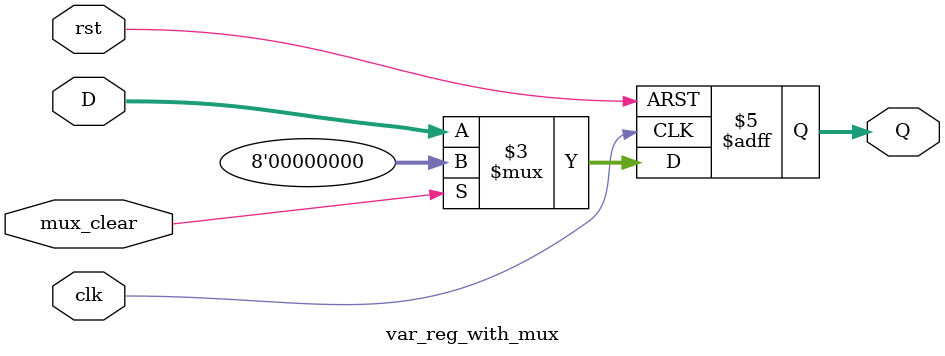
<source format=v>
module var_reg_with_mux #(parameter size = 8)(
    input [size-1:0] D,
    input clk,
    input rst,
    input mux_clear,
    output reg [size-1:0] Q
);

    always @(posedge clk, posedge rst)
    begin
        if (rst)
            Q <= 'bz;
        else if (mux_clear)
            Q <= 'b0;
        else
            Q <= D;
    end
endmodule 

</source>
